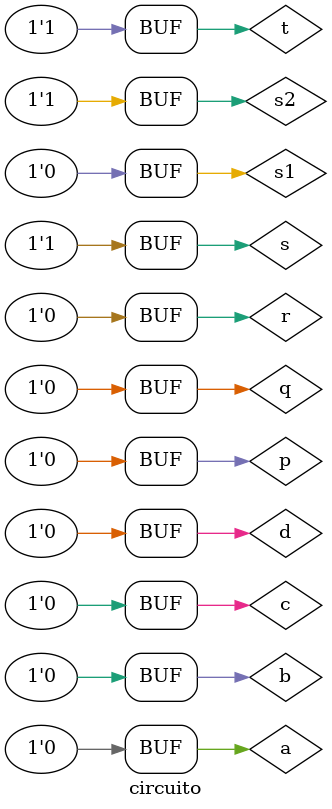
<source format=v>

module or1gate (output s, input a, input b, input c, input d);
	assign s = a | b | c | d;
endmodule // or

// --------------------- 
// -- or gate 
// --------------------- 
module or2gate (output s, input p, input q, input r, input t);
	assign s = a | b | c | d;
endmodule // or

// --------------------- 
// -- or gate 
// --------------------- 
module or3gate (output s, input u, input v);
	assign s = u|v;
endmodule // or

// --------------------- 
// -- circuito 
// --------------------- 
module circuito; 
// ------------------------- dados locais 
	reg a, b, c, d, p, q, r, t; // definir registrador 
	wire s; // definir conexao (fio) 
// ------------------------- instancia 
	or OR1 (s1, a, b, c,d);
	or OR2(s2, p, q, r, t);
	or OR3(s, s1, s2);
// ------------------------- preparacao
	initial begin:start
		a = 0; b = 0; c = 0; d = 0; p = 0; q = 0; r = 0; t = 0;
	end
// ------------------------- parte principal
	initial begin:main
		$display("Extra0002 - Ana Cristina Pereira Teixeira - 427385");
		$display("Teste Circuito");
		$monitor("%b %b %b %b %b %b %b %b = %b", a, b, c, d, p, q, r, t, s);
		#1 a = 0; b = 0; c = 0; d = 0; p = 0; q = 0; r = 0; t = 0;
		#1 a = 1; b = 0; c = 0; d = 0; p = 0; q = 0; r = 0; t = 0;
		#1 a = 0; b = 1; c = 0; d = 0; p = 0; q = 0; r = 0; t = 0;
		#1 a = 0; b = 0; c = 1; d = 0; p = 0; q = 0; r = 0; t = 0;
		#1 a = 0; b = 0; c = 0; d = 1; p = 0; q = 0; r = 0; t = 0;
		#1 a = 0; b = 0; c = 0; d = 0; p = 1; q = 0; r = 0; t = 0;
		#1 a = 0; b = 0; c = 0; d = 0; p = 0; q = 1; r = 0; t = 0;
		#1 a = 0; b = 0; c = 0; d = 0; p = 0; q = 0; r = 1; t = 0;
		#1 a = 0; b = 0; c = 0; d = 0; p = 0; q = 0; r = 0; t = 1;
		
	end
endmodule // test

// 8 entradas e 1 saida
// 4 entradas para OR
// 4 entradas para OR
// OR + OR = OR
</source>
